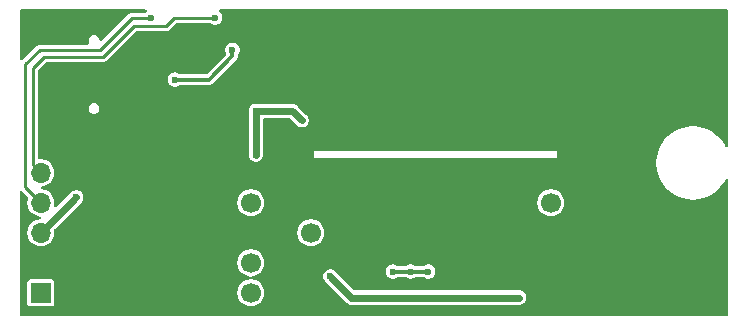
<source format=gbr>
%TF.GenerationSoftware,KiCad,Pcbnew,9.0.0*%
%TF.CreationDate,2025-12-16T10:10:06+01:00*%
%TF.ProjectId,DetectorReader,44657465-6374-46f7-9252-65616465722e,rev?*%
%TF.SameCoordinates,Original*%
%TF.FileFunction,Copper,L2,Bot*%
%TF.FilePolarity,Positive*%
%FSLAX46Y46*%
G04 Gerber Fmt 4.6, Leading zero omitted, Abs format (unit mm)*
G04 Created by KiCad (PCBNEW 9.0.0) date 2025-12-16 10:10:06*
%MOMM*%
%LPD*%
G01*
G04 APERTURE LIST*
G04 Aperture macros list*
%AMRoundRect*
0 Rectangle with rounded corners*
0 $1 Rounding radius*
0 $2 $3 $4 $5 $6 $7 $8 $9 X,Y pos of 4 corners*
0 Add a 4 corners polygon primitive as box body*
4,1,4,$2,$3,$4,$5,$6,$7,$8,$9,$2,$3,0*
0 Add four circle primitives for the rounded corners*
1,1,$1+$1,$2,$3*
1,1,$1+$1,$4,$5*
1,1,$1+$1,$6,$7*
1,1,$1+$1,$8,$9*
0 Add four rect primitives between the rounded corners*
20,1,$1+$1,$2,$3,$4,$5,0*
20,1,$1+$1,$4,$5,$6,$7,0*
20,1,$1+$1,$6,$7,$8,$9,0*
20,1,$1+$1,$8,$9,$2,$3,0*%
G04 Aperture macros list end*
%TA.AperFunction,ComponentPad*%
%ADD10C,1.700000*%
%TD*%
%TA.AperFunction,ComponentPad*%
%ADD11R,1.700000X1.700000*%
%TD*%
%TA.AperFunction,ComponentPad*%
%ADD12O,1.700000X1.700000*%
%TD*%
%TA.AperFunction,HeatsinkPad*%
%ADD13O,2.100000X1.000000*%
%TD*%
%TA.AperFunction,HeatsinkPad*%
%ADD14O,1.800000X1.000000*%
%TD*%
%TA.AperFunction,SMDPad,CuDef*%
%ADD15RoundRect,0.250000X1.600000X-0.425000X1.600000X0.425000X-1.600000X0.425000X-1.600000X-0.425000X0*%
%TD*%
%TA.AperFunction,ViaPad*%
%ADD16C,0.600000*%
%TD*%
%TA.AperFunction,Conductor*%
%ADD17C,0.600000*%
%TD*%
%TA.AperFunction,Conductor*%
%ADD18C,0.300000*%
%TD*%
%TA.AperFunction,Conductor*%
%ADD19C,0.250000*%
%TD*%
G04 APERTURE END LIST*
D10*
%TO.P,TP2,1,1*%
%TO.N,/~{ReaderCmd}*%
X129580000Y-96000000D03*
%TD*%
D11*
%TO.P,J1,1,Pin_1*%
%TO.N,/UPDI*%
X111800000Y-96000000D03*
D12*
%TO.P,J1,2,Pin_2*%
%TO.N,GND*%
X111800000Y-93460000D03*
%TO.P,J1,3,Pin_3*%
%TO.N,/VBUS*%
X111800000Y-90920000D03*
%TO.P,J1,4,Pin_4*%
%TO.N,/uartTx*%
X111800000Y-88380000D03*
%TO.P,J1,5,Pin_5*%
%TO.N,/uartRx*%
X111800000Y-85840000D03*
%TD*%
D10*
%TO.P,TP5,1,1*%
%TO.N,/RF_Rx/Amp2*%
X134660000Y-90920000D03*
%TD*%
D13*
%TO.P,J3,S1,SHIELD*%
%TO.N,GND*%
X116805000Y-73180000D03*
D14*
X112625000Y-73180000D03*
D13*
X116805000Y-81820000D03*
D14*
X112625000Y-81820000D03*
%TD*%
D10*
%TO.P,TP1,1,1*%
%TO.N,/SPI.MOSI*%
X129580000Y-88380000D03*
%TD*%
D15*
%TO.P,J4,2,Ext*%
%TO.N,GND*%
X167687500Y-90000000D03*
X167687500Y-95650000D03*
%TD*%
D10*
%TO.P,TP4,1,1*%
%TO.N,/RF_Rx/Signal*%
X154980000Y-88380000D03*
%TD*%
D15*
%TO.P,J2,2,Ext*%
%TO.N,GND*%
X167687500Y-74175000D03*
X167687500Y-79825000D03*
%TD*%
D10*
%TO.P,TP3,1,1*%
%TO.N,/TagPulses*%
X129580000Y-93460000D03*
%TD*%
D16*
%TO.N,GND*%
X141200000Y-78800000D03*
X120700000Y-83600000D03*
X150200000Y-78900000D03*
X136300000Y-97200000D03*
X142700000Y-76700000D03*
X146300000Y-76700000D03*
X157400000Y-78300000D03*
X121200000Y-79600000D03*
X165700000Y-88800000D03*
X154600000Y-96900000D03*
X160200000Y-79200000D03*
X167900000Y-75700000D03*
X167900000Y-91500000D03*
X122800000Y-89900000D03*
X160700000Y-83400000D03*
X125062500Y-76900000D03*
X122800000Y-95400000D03*
X155200000Y-80800000D03*
X157700000Y-91800000D03*
X167900000Y-78300000D03*
X138700000Y-79500000D03*
X144300000Y-78900000D03*
X163900000Y-75900000D03*
X121900000Y-74300000D03*
X135500000Y-85600000D03*
X162000000Y-86100000D03*
X160400000Y-87700000D03*
X165700000Y-73000000D03*
X149200000Y-85100000D03*
X135200000Y-83100000D03*
X164000000Y-89000000D03*
X152000000Y-76700000D03*
X165700000Y-96800000D03*
X154800000Y-83400000D03*
X161700000Y-90600000D03*
X148500000Y-95200000D03*
X127200000Y-80200000D03*
X130200000Y-74900000D03*
X144300000Y-76700000D03*
X158800000Y-80800000D03*
X158800000Y-79500000D03*
X169300000Y-88800000D03*
X153600000Y-87000000D03*
X138700000Y-78100000D03*
X158100000Y-84900000D03*
X160000000Y-90400000D03*
X162200000Y-94300000D03*
X164000000Y-90600000D03*
X125300000Y-83600000D03*
X123300000Y-79600000D03*
X169300000Y-81000000D03*
X169300000Y-96800000D03*
X114600000Y-77400000D03*
X157800000Y-83400000D03*
X157400000Y-81900000D03*
X156100000Y-96900000D03*
X150600000Y-80300000D03*
X153700000Y-79500000D03*
X151300000Y-83400000D03*
X167900000Y-94100000D03*
X163900000Y-78100000D03*
X160800000Y-84900000D03*
X157300000Y-94600000D03*
X164000000Y-94300000D03*
X150200000Y-76700000D03*
X128100000Y-86000000D03*
X125062500Y-75100000D03*
X160800000Y-78100000D03*
X165700000Y-75900000D03*
X149200000Y-87000000D03*
X152000000Y-78900000D03*
X150400000Y-93500000D03*
X155200000Y-79500000D03*
X164000000Y-92000000D03*
X127500000Y-97100000D03*
X162100000Y-78100000D03*
X141000000Y-75200000D03*
X157400000Y-79500000D03*
X157900000Y-76700000D03*
X146300000Y-78900000D03*
X139600000Y-83100000D03*
X162100000Y-75900000D03*
X115100000Y-91900000D03*
X161700000Y-89000000D03*
X136500000Y-75200000D03*
X165700000Y-78100000D03*
X163200000Y-87300000D03*
X165700000Y-94000000D03*
X123700000Y-83600000D03*
X156300000Y-82900000D03*
X155200000Y-81900000D03*
X141600000Y-95200000D03*
X119100000Y-83600000D03*
X155200000Y-90100000D03*
X165700000Y-91700000D03*
X153700000Y-80800000D03*
X159000000Y-86300000D03*
X160200000Y-81100000D03*
X156300000Y-77400000D03*
X115800000Y-97100000D03*
X157400000Y-80800000D03*
X150600000Y-82000000D03*
X127200000Y-78500000D03*
X169300000Y-73000000D03*
X160200000Y-75900000D03*
X148300000Y-76700000D03*
X165700000Y-81000000D03*
X124000000Y-86000000D03*
X135400000Y-87600000D03*
X134200000Y-75100000D03*
X138800000Y-75200000D03*
X154700000Y-76700000D03*
X149200000Y-90100000D03*
X148300000Y-78900000D03*
X159700000Y-94600000D03*
X126900000Y-74200000D03*
X155200000Y-78300000D03*
%TO.N,+3V0*%
X130000000Y-80600000D03*
X130000000Y-84300000D03*
X133900000Y-81400000D03*
%TO.N,Net-(U4-3V3OUT)*%
X123137500Y-77937500D03*
X128025000Y-75425000D03*
%TO.N,/RF_Rx/3VRx*%
X144900000Y-96400000D03*
X152300000Y-96400000D03*
X136300000Y-94600000D03*
%TO.N,/uartTx*%
X121100000Y-72700000D03*
%TO.N,/uartRx*%
X126562500Y-72700000D03*
%TO.N,/VBUS*%
X114800000Y-87900000D03*
%TO.N,/RF_Rx/CM*%
X141600000Y-94200000D03*
X143100000Y-94200000D03*
X144600000Y-94200000D03*
%TD*%
D17*
%TO.N,+3V0*%
X130000000Y-80600000D02*
X130000000Y-84300000D01*
X130000000Y-80600000D02*
X133100000Y-80600000D01*
X133100000Y-80600000D02*
X133900000Y-81400000D01*
D18*
%TO.N,Net-(U4-3V3OUT)*%
X128025000Y-75925000D02*
X126012500Y-77937500D01*
X126012500Y-77937500D02*
X123137500Y-77937500D01*
X128025000Y-75425000D02*
X128025000Y-75925000D01*
D17*
%TO.N,/RF_Rx/3VRx*%
X138100000Y-96400000D02*
X144900000Y-96400000D01*
X136300000Y-94600000D02*
X138100000Y-96400000D01*
X144900000Y-96400000D02*
X152300000Y-96400000D01*
D19*
%TO.N,/uartTx*%
X119500000Y-72700000D02*
X116800000Y-75400000D01*
X116800000Y-75400000D02*
X111700000Y-75400000D01*
X110500000Y-76600000D02*
X110500000Y-87080000D01*
X121100000Y-72700000D02*
X119500000Y-72700000D01*
X110500000Y-87080000D02*
X111800000Y-88380000D01*
X111700000Y-75400000D02*
X110500000Y-76600000D01*
%TO.N,/uartRx*%
X111100000Y-77000000D02*
X111100000Y-85140000D01*
X122362500Y-73400000D02*
X119700000Y-73400000D01*
X123062500Y-72700000D02*
X122362500Y-73400000D01*
X117100000Y-76000000D02*
X112100000Y-76000000D01*
X126562500Y-72700000D02*
X123062500Y-72700000D01*
X111100000Y-85140000D02*
X111800000Y-85840000D01*
X119700000Y-73400000D02*
X117100000Y-76000000D01*
X112100000Y-76000000D02*
X111100000Y-77000000D01*
D17*
%TO.N,/VBUS*%
X111800000Y-90900000D02*
X114800000Y-87900000D01*
X111800000Y-90920000D02*
X111800000Y-90900000D01*
D18*
%TO.N,/RF_Rx/CM*%
X143100000Y-94200000D02*
X144600000Y-94200000D01*
X141600000Y-94200000D02*
X143100000Y-94200000D01*
%TD*%
%TA.AperFunction,Conductor*%
%TO.N,GND*%
G36*
X169941621Y-72020502D02*
G01*
X169988114Y-72074158D01*
X169999500Y-72126500D01*
X169999500Y-83530560D01*
X169979498Y-83598681D01*
X169925842Y-83645174D01*
X169855568Y-83655278D01*
X169790988Y-83625784D01*
X169759978Y-83585230D01*
X169733650Y-83530560D01*
X169717906Y-83497867D01*
X169532630Y-83203003D01*
X169532624Y-83202995D01*
X169315510Y-82930740D01*
X169069259Y-82684489D01*
X168797004Y-82467375D01*
X168797000Y-82467372D01*
X168502137Y-82282096D01*
X168502128Y-82282091D01*
X168188388Y-82131002D01*
X168188383Y-82131000D01*
X168188379Y-82130998D01*
X168188373Y-82130995D01*
X168188361Y-82130991D01*
X167859687Y-82015983D01*
X167520174Y-81938491D01*
X167174122Y-81899500D01*
X167174120Y-81899500D01*
X166825880Y-81899500D01*
X166825878Y-81899500D01*
X166479825Y-81938491D01*
X166140312Y-82015983D01*
X165811638Y-82130991D01*
X165811611Y-82131002D01*
X165497871Y-82282091D01*
X165497862Y-82282096D01*
X165202999Y-82467372D01*
X165202995Y-82467375D01*
X164930740Y-82684489D01*
X164684489Y-82930740D01*
X164467375Y-83202995D01*
X164467372Y-83202999D01*
X164282096Y-83497862D01*
X164282091Y-83497871D01*
X164131002Y-83811611D01*
X164130991Y-83811638D01*
X164015983Y-84140312D01*
X163938491Y-84479825D01*
X163899500Y-84825878D01*
X163899500Y-85174121D01*
X163938491Y-85520174D01*
X163949998Y-85570587D01*
X164015982Y-85859681D01*
X164015984Y-85859687D01*
X164015983Y-85859687D01*
X164130991Y-86188361D01*
X164131002Y-86188388D01*
X164282091Y-86502128D01*
X164282096Y-86502137D01*
X164467372Y-86797000D01*
X164467375Y-86797004D01*
X164684489Y-87069259D01*
X164930740Y-87315510D01*
X165202995Y-87532624D01*
X165203003Y-87532630D01*
X165497867Y-87717906D01*
X165811621Y-87869002D01*
X165811637Y-87869007D01*
X165811638Y-87869008D01*
X166140312Y-87984016D01*
X166140315Y-87984016D01*
X166140319Y-87984018D01*
X166479829Y-88061509D01*
X166725210Y-88089157D01*
X166825878Y-88100500D01*
X166825880Y-88100500D01*
X167174122Y-88100500D01*
X167262006Y-88090597D01*
X167520171Y-88061509D01*
X167859681Y-87984018D01*
X168188379Y-87869002D01*
X168502133Y-87717906D01*
X168796997Y-87532630D01*
X168940342Y-87418317D01*
X169069259Y-87315510D01*
X169315510Y-87069259D01*
X169511201Y-86823868D01*
X169532630Y-86796997D01*
X169717906Y-86502133D01*
X169746789Y-86442156D01*
X169759978Y-86414770D01*
X169807556Y-86362074D01*
X169876070Y-86343465D01*
X169943769Y-86364853D01*
X169989157Y-86419445D01*
X169999500Y-86469439D01*
X169999500Y-97873500D01*
X169979498Y-97941621D01*
X169925842Y-97988114D01*
X169873500Y-97999500D01*
X110126500Y-97999500D01*
X110058379Y-97979498D01*
X110011886Y-97925842D01*
X110000500Y-97873500D01*
X110000500Y-95105129D01*
X110649500Y-95105129D01*
X110649500Y-96894859D01*
X110649501Y-96894866D01*
X110652414Y-96919990D01*
X110652416Y-96919994D01*
X110697793Y-97022765D01*
X110777232Y-97102204D01*
X110777234Y-97102205D01*
X110777235Y-97102206D01*
X110880009Y-97147585D01*
X110905135Y-97150500D01*
X112694864Y-97150499D01*
X112719991Y-97147585D01*
X112822765Y-97102206D01*
X112902206Y-97022765D01*
X112947585Y-96919991D01*
X112950500Y-96894865D01*
X112950499Y-95105136D01*
X112947585Y-95080009D01*
X112902206Y-94977235D01*
X112902206Y-94977234D01*
X112822767Y-94897795D01*
X112822765Y-94897794D01*
X112719989Y-94852414D01*
X112719990Y-94852414D01*
X112694868Y-94849500D01*
X110905140Y-94849500D01*
X110905133Y-94849501D01*
X110880009Y-94852414D01*
X110880005Y-94852416D01*
X110777234Y-94897793D01*
X110697795Y-94977232D01*
X110697794Y-94977234D01*
X110652414Y-95080009D01*
X110649500Y-95105129D01*
X110000500Y-95105129D01*
X110000500Y-93369454D01*
X128429500Y-93369454D01*
X128429500Y-93550546D01*
X128457829Y-93729409D01*
X128457830Y-93729412D01*
X128490930Y-93831287D01*
X128513789Y-93901639D01*
X128596004Y-94062994D01*
X128702447Y-94209501D01*
X128702449Y-94209503D01*
X128702451Y-94209506D01*
X128830493Y-94337548D01*
X128830496Y-94337550D01*
X128830499Y-94337553D01*
X128977006Y-94443996D01*
X129138361Y-94526211D01*
X129310591Y-94582171D01*
X129458211Y-94605551D01*
X129522363Y-94635964D01*
X129559890Y-94696232D01*
X129558876Y-94767221D01*
X129519643Y-94826393D01*
X129458211Y-94854448D01*
X129310591Y-94877829D01*
X129310588Y-94877829D01*
X129310587Y-94877830D01*
X129138365Y-94933787D01*
X129138359Y-94933790D01*
X128977002Y-95016006D01*
X128830496Y-95122449D01*
X128830493Y-95122451D01*
X128702451Y-95250493D01*
X128702449Y-95250496D01*
X128596006Y-95397002D01*
X128513790Y-95558359D01*
X128513787Y-95558365D01*
X128457830Y-95730587D01*
X128457829Y-95730591D01*
X128429500Y-95909454D01*
X128429500Y-96090546D01*
X128457829Y-96269409D01*
X128513789Y-96441639D01*
X128596004Y-96602994D01*
X128702447Y-96749501D01*
X128702449Y-96749503D01*
X128702451Y-96749506D01*
X128830493Y-96877548D01*
X128830496Y-96877550D01*
X128830499Y-96877553D01*
X128977006Y-96983996D01*
X129138361Y-97066211D01*
X129310591Y-97122171D01*
X129489454Y-97150500D01*
X129489457Y-97150500D01*
X129670543Y-97150500D01*
X129670546Y-97150500D01*
X129849409Y-97122171D01*
X130021639Y-97066211D01*
X130182994Y-96983996D01*
X130329501Y-96877553D01*
X130457553Y-96749501D01*
X130563996Y-96602994D01*
X130646211Y-96441639D01*
X130702171Y-96269409D01*
X130730500Y-96090546D01*
X130730500Y-95909454D01*
X130702171Y-95730591D01*
X130646211Y-95558361D01*
X130563996Y-95397006D01*
X130457553Y-95250499D01*
X130457550Y-95250496D01*
X130457548Y-95250493D01*
X130329506Y-95122451D01*
X130329503Y-95122449D01*
X130329501Y-95122447D01*
X130182994Y-95016004D01*
X130021639Y-94933789D01*
X130021636Y-94933788D01*
X130021634Y-94933787D01*
X129849412Y-94877830D01*
X129849409Y-94877829D01*
X129701787Y-94854448D01*
X129637636Y-94824037D01*
X129600109Y-94763768D01*
X129601123Y-94692779D01*
X129640356Y-94633607D01*
X129701786Y-94605551D01*
X129849409Y-94582171D01*
X130021639Y-94526211D01*
X130031978Y-94520943D01*
X135699499Y-94520943D01*
X135699499Y-94679057D01*
X135721074Y-94759575D01*
X135740423Y-94831785D01*
X135740425Y-94831790D01*
X135752332Y-94852412D01*
X135752334Y-94852415D01*
X135819477Y-94968712D01*
X135819485Y-94968722D01*
X135938459Y-95087696D01*
X135938473Y-95087708D01*
X137615069Y-96764304D01*
X137615090Y-96764327D01*
X137731277Y-96880514D01*
X137731282Y-96880518D01*
X137731284Y-96880520D01*
X137731285Y-96880521D01*
X137731287Y-96880522D01*
X137756130Y-96894865D01*
X137868216Y-96959577D01*
X137980019Y-96989534D01*
X138020942Y-97000500D01*
X138020943Y-97000500D01*
X152379055Y-97000500D01*
X152379057Y-97000500D01*
X152531784Y-96959577D01*
X152531787Y-96959575D01*
X152531788Y-96959575D01*
X152643861Y-96894870D01*
X152668716Y-96880520D01*
X152780520Y-96768716D01*
X152859577Y-96631784D01*
X152900500Y-96479057D01*
X152900500Y-96320943D01*
X152859577Y-96168216D01*
X152859575Y-96168213D01*
X152859575Y-96168211D01*
X152780522Y-96031287D01*
X152780514Y-96031277D01*
X152668722Y-95919485D01*
X152668712Y-95919477D01*
X152531788Y-95840424D01*
X152513743Y-95835589D01*
X152379057Y-95799500D01*
X152379055Y-95799500D01*
X138400925Y-95799500D01*
X138332804Y-95779498D01*
X138311830Y-95762595D01*
X136787708Y-94238473D01*
X136780521Y-94231286D01*
X136780520Y-94231284D01*
X136751014Y-94201778D01*
X136751012Y-94201775D01*
X136670180Y-94120943D01*
X140999500Y-94120943D01*
X140999500Y-94279057D01*
X141015173Y-94337548D01*
X141040424Y-94431788D01*
X141119477Y-94568712D01*
X141119485Y-94568722D01*
X141231277Y-94680514D01*
X141231282Y-94680518D01*
X141231284Y-94680520D01*
X141231285Y-94680521D01*
X141231287Y-94680522D01*
X141368211Y-94759575D01*
X141368213Y-94759575D01*
X141368216Y-94759577D01*
X141520943Y-94800500D01*
X141520945Y-94800500D01*
X141679055Y-94800500D01*
X141679057Y-94800500D01*
X141831784Y-94759577D01*
X141831787Y-94759575D01*
X141831788Y-94759575D01*
X141889658Y-94726163D01*
X141968716Y-94680520D01*
X141968717Y-94680519D01*
X141973906Y-94676538D01*
X142040126Y-94650937D01*
X142050610Y-94650500D01*
X142649390Y-94650500D01*
X142717511Y-94670502D01*
X142726094Y-94676538D01*
X142731282Y-94680519D01*
X142868211Y-94759575D01*
X142868213Y-94759575D01*
X142868216Y-94759577D01*
X143020943Y-94800500D01*
X143020945Y-94800500D01*
X143179055Y-94800500D01*
X143179057Y-94800500D01*
X143331784Y-94759577D01*
X143331787Y-94759575D01*
X143331788Y-94759575D01*
X143389658Y-94726163D01*
X143468716Y-94680520D01*
X143468717Y-94680519D01*
X143473906Y-94676538D01*
X143540126Y-94650937D01*
X143550610Y-94650500D01*
X144149390Y-94650500D01*
X144217511Y-94670502D01*
X144226094Y-94676538D01*
X144231282Y-94680519D01*
X144368211Y-94759575D01*
X144368213Y-94759575D01*
X144368216Y-94759577D01*
X144520943Y-94800500D01*
X144520945Y-94800500D01*
X144679055Y-94800500D01*
X144679057Y-94800500D01*
X144831784Y-94759577D01*
X144831787Y-94759575D01*
X144831788Y-94759575D01*
X144900250Y-94720048D01*
X144968716Y-94680520D01*
X145080520Y-94568716D01*
X145120048Y-94500250D01*
X145159575Y-94431788D01*
X145159575Y-94431787D01*
X145159577Y-94431784D01*
X145200500Y-94279057D01*
X145200500Y-94120943D01*
X145159577Y-93968216D01*
X145159575Y-93968213D01*
X145159575Y-93968211D01*
X145080522Y-93831287D01*
X145080514Y-93831277D01*
X144968722Y-93719485D01*
X144968712Y-93719477D01*
X144831788Y-93640424D01*
X144813743Y-93635589D01*
X144679057Y-93599500D01*
X144520943Y-93599500D01*
X144427470Y-93624545D01*
X144368211Y-93640424D01*
X144231282Y-93719480D01*
X144226094Y-93723462D01*
X144159874Y-93749063D01*
X144149390Y-93749500D01*
X143550610Y-93749500D01*
X143482489Y-93729498D01*
X143473906Y-93723462D01*
X143468717Y-93719480D01*
X143331788Y-93640424D01*
X143313743Y-93635589D01*
X143179057Y-93599500D01*
X143020943Y-93599500D01*
X142927470Y-93624545D01*
X142868211Y-93640424D01*
X142731282Y-93719480D01*
X142726094Y-93723462D01*
X142659874Y-93749063D01*
X142649390Y-93749500D01*
X142050610Y-93749500D01*
X141982489Y-93729498D01*
X141973906Y-93723462D01*
X141968717Y-93719480D01*
X141831788Y-93640424D01*
X141813743Y-93635589D01*
X141679057Y-93599500D01*
X141520943Y-93599500D01*
X141427470Y-93624545D01*
X141368211Y-93640424D01*
X141231287Y-93719477D01*
X141231277Y-93719485D01*
X141119485Y-93831277D01*
X141119477Y-93831287D01*
X141040424Y-93968211D01*
X141040423Y-93968216D01*
X140999500Y-94120943D01*
X136670180Y-94120943D01*
X136668723Y-94119486D01*
X136668719Y-94119483D01*
X136668716Y-94119480D01*
X136613679Y-94087705D01*
X136581903Y-94069359D01*
X136581903Y-94069358D01*
X136581901Y-94069358D01*
X136567010Y-94060761D01*
X136531788Y-94040424D01*
X136531785Y-94040423D01*
X136379057Y-93999499D01*
X136220943Y-93999499D01*
X136129306Y-94024053D01*
X136068213Y-94040423D01*
X136018095Y-94069360D01*
X135931287Y-94119477D01*
X135931277Y-94119485D01*
X135819485Y-94231277D01*
X135819477Y-94231287D01*
X135769360Y-94318095D01*
X135740423Y-94368213D01*
X135729026Y-94410748D01*
X135699499Y-94520943D01*
X130031978Y-94520943D01*
X130182994Y-94443996D01*
X130329501Y-94337553D01*
X130457553Y-94209501D01*
X130563996Y-94062994D01*
X130646211Y-93901639D01*
X130702171Y-93729409D01*
X130730500Y-93550546D01*
X130730500Y-93369454D01*
X130702171Y-93190591D01*
X130646211Y-93018361D01*
X130563996Y-92857006D01*
X130457553Y-92710499D01*
X130457550Y-92710496D01*
X130457548Y-92710493D01*
X130329506Y-92582451D01*
X130329503Y-92582449D01*
X130329501Y-92582447D01*
X130182994Y-92476004D01*
X130021639Y-92393789D01*
X130021636Y-92393788D01*
X130021634Y-92393787D01*
X129849412Y-92337830D01*
X129849409Y-92337829D01*
X129670546Y-92309500D01*
X129489454Y-92309500D01*
X129310591Y-92337829D01*
X129310588Y-92337829D01*
X129310587Y-92337830D01*
X129138365Y-92393787D01*
X129138359Y-92393790D01*
X128977002Y-92476006D01*
X128830496Y-92582449D01*
X128830493Y-92582451D01*
X128702451Y-92710493D01*
X128702449Y-92710496D01*
X128596006Y-92857002D01*
X128513790Y-93018359D01*
X128513787Y-93018365D01*
X128457830Y-93190587D01*
X128457829Y-93190591D01*
X128429500Y-93369454D01*
X110000500Y-93369454D01*
X110000500Y-87486438D01*
X110020502Y-87418317D01*
X110074158Y-87371824D01*
X110144432Y-87361720D01*
X110209012Y-87391214D01*
X110215595Y-87397343D01*
X110684788Y-87866536D01*
X110718814Y-87928848D01*
X110715526Y-87994566D01*
X110677829Y-88110591D01*
X110649500Y-88289454D01*
X110649500Y-88470546D01*
X110677829Y-88649409D01*
X110677830Y-88649412D01*
X110705926Y-88735886D01*
X110733789Y-88821639D01*
X110816004Y-88982994D01*
X110922447Y-89129501D01*
X110922449Y-89129503D01*
X110922451Y-89129506D01*
X111050493Y-89257548D01*
X111050496Y-89257550D01*
X111050499Y-89257553D01*
X111197006Y-89363996D01*
X111358361Y-89446211D01*
X111530591Y-89502171D01*
X111678211Y-89525551D01*
X111742363Y-89555964D01*
X111779890Y-89616232D01*
X111778876Y-89687221D01*
X111739643Y-89746393D01*
X111678211Y-89774448D01*
X111530591Y-89797829D01*
X111530588Y-89797829D01*
X111530587Y-89797830D01*
X111358365Y-89853787D01*
X111358359Y-89853790D01*
X111197002Y-89936006D01*
X111050496Y-90042449D01*
X111050493Y-90042451D01*
X110922451Y-90170493D01*
X110922449Y-90170496D01*
X110816006Y-90317002D01*
X110733790Y-90478359D01*
X110733787Y-90478365D01*
X110677830Y-90650587D01*
X110677829Y-90650591D01*
X110649500Y-90829454D01*
X110649500Y-91010546D01*
X110677829Y-91189409D01*
X110733789Y-91361639D01*
X110816004Y-91522994D01*
X110922447Y-91669501D01*
X110922449Y-91669503D01*
X110922451Y-91669506D01*
X111050493Y-91797548D01*
X111050496Y-91797550D01*
X111050499Y-91797553D01*
X111197006Y-91903996D01*
X111358361Y-91986211D01*
X111530591Y-92042171D01*
X111709454Y-92070500D01*
X111709457Y-92070500D01*
X111890543Y-92070500D01*
X111890546Y-92070500D01*
X112069409Y-92042171D01*
X112241639Y-91986211D01*
X112402994Y-91903996D01*
X112549501Y-91797553D01*
X112677553Y-91669501D01*
X112783996Y-91522994D01*
X112866211Y-91361639D01*
X112922171Y-91189409D01*
X112950500Y-91010546D01*
X112950500Y-90829454D01*
X133509500Y-90829454D01*
X133509500Y-91010546D01*
X133537829Y-91189409D01*
X133593789Y-91361639D01*
X133676004Y-91522994D01*
X133782447Y-91669501D01*
X133782449Y-91669503D01*
X133782451Y-91669506D01*
X133910493Y-91797548D01*
X133910496Y-91797550D01*
X133910499Y-91797553D01*
X134057006Y-91903996D01*
X134218361Y-91986211D01*
X134390591Y-92042171D01*
X134569454Y-92070500D01*
X134569457Y-92070500D01*
X134750543Y-92070500D01*
X134750546Y-92070500D01*
X134929409Y-92042171D01*
X135101639Y-91986211D01*
X135262994Y-91903996D01*
X135409501Y-91797553D01*
X135537553Y-91669501D01*
X135643996Y-91522994D01*
X135726211Y-91361639D01*
X135782171Y-91189409D01*
X135810500Y-91010546D01*
X135810500Y-90829454D01*
X135782171Y-90650591D01*
X135726211Y-90478361D01*
X135643996Y-90317006D01*
X135537553Y-90170499D01*
X135537550Y-90170496D01*
X135537548Y-90170493D01*
X135409506Y-90042451D01*
X135409503Y-90042449D01*
X135409501Y-90042447D01*
X135262994Y-89936004D01*
X135101639Y-89853789D01*
X135101636Y-89853788D01*
X135101634Y-89853787D01*
X134929412Y-89797830D01*
X134929409Y-89797829D01*
X134750546Y-89769500D01*
X134569454Y-89769500D01*
X134390591Y-89797829D01*
X134390588Y-89797829D01*
X134390587Y-89797830D01*
X134218365Y-89853787D01*
X134218359Y-89853790D01*
X134057002Y-89936006D01*
X133910496Y-90042449D01*
X133910493Y-90042451D01*
X133782451Y-90170493D01*
X133782449Y-90170496D01*
X133676006Y-90317002D01*
X133593790Y-90478359D01*
X133593787Y-90478365D01*
X133537830Y-90650587D01*
X133537829Y-90650591D01*
X133509500Y-90829454D01*
X112950500Y-90829454D01*
X112928913Y-90693159D01*
X112928897Y-90693054D01*
X112933575Y-90658252D01*
X112938095Y-90623278D01*
X112938321Y-90622946D01*
X112938356Y-90622690D01*
X112939075Y-90621844D01*
X112964345Y-90584888D01*
X115259782Y-88289454D01*
X128429500Y-88289454D01*
X128429500Y-88470546D01*
X128457829Y-88649409D01*
X128457830Y-88649412D01*
X128485926Y-88735886D01*
X128513789Y-88821639D01*
X128596004Y-88982994D01*
X128702447Y-89129501D01*
X128702449Y-89129503D01*
X128702451Y-89129506D01*
X128830493Y-89257548D01*
X128830496Y-89257550D01*
X128830499Y-89257553D01*
X128977006Y-89363996D01*
X129138361Y-89446211D01*
X129310591Y-89502171D01*
X129489454Y-89530500D01*
X129489457Y-89530500D01*
X129670543Y-89530500D01*
X129670546Y-89530500D01*
X129849409Y-89502171D01*
X130021639Y-89446211D01*
X130182994Y-89363996D01*
X130329501Y-89257553D01*
X130457553Y-89129501D01*
X130563996Y-88982994D01*
X130646211Y-88821639D01*
X130702171Y-88649409D01*
X130730500Y-88470546D01*
X130730500Y-88289454D01*
X153829500Y-88289454D01*
X153829500Y-88470546D01*
X153857829Y-88649409D01*
X153857830Y-88649412D01*
X153885926Y-88735886D01*
X153913789Y-88821639D01*
X153996004Y-88982994D01*
X154102447Y-89129501D01*
X154102449Y-89129503D01*
X154102451Y-89129506D01*
X154230493Y-89257548D01*
X154230496Y-89257550D01*
X154230499Y-89257553D01*
X154377006Y-89363996D01*
X154538361Y-89446211D01*
X154710591Y-89502171D01*
X154889454Y-89530500D01*
X154889457Y-89530500D01*
X155070543Y-89530500D01*
X155070546Y-89530500D01*
X155249409Y-89502171D01*
X155421639Y-89446211D01*
X155582994Y-89363996D01*
X155729501Y-89257553D01*
X155857553Y-89129501D01*
X155963996Y-88982994D01*
X156046211Y-88821639D01*
X156102171Y-88649409D01*
X156130500Y-88470546D01*
X156130500Y-88289454D01*
X156102171Y-88110591D01*
X156046211Y-87938361D01*
X155963996Y-87777006D01*
X155857553Y-87630499D01*
X155857550Y-87630496D01*
X155857548Y-87630493D01*
X155729506Y-87502451D01*
X155729503Y-87502449D01*
X155729501Y-87502447D01*
X155582994Y-87396004D01*
X155421639Y-87313789D01*
X155421636Y-87313788D01*
X155421634Y-87313787D01*
X155249412Y-87257830D01*
X155249409Y-87257829D01*
X155070546Y-87229500D01*
X154889454Y-87229500D01*
X154710591Y-87257829D01*
X154710588Y-87257829D01*
X154710587Y-87257830D01*
X154538365Y-87313787D01*
X154538359Y-87313790D01*
X154377002Y-87396006D01*
X154230496Y-87502449D01*
X154230493Y-87502451D01*
X154102451Y-87630493D01*
X154102449Y-87630496D01*
X153996006Y-87777002D01*
X153913790Y-87938359D01*
X153913787Y-87938365D01*
X153857830Y-88110587D01*
X153857829Y-88110591D01*
X153829500Y-88289454D01*
X130730500Y-88289454D01*
X130702171Y-88110591D01*
X130646211Y-87938361D01*
X130563996Y-87777006D01*
X130457553Y-87630499D01*
X130457550Y-87630496D01*
X130457548Y-87630493D01*
X130329506Y-87502451D01*
X130329503Y-87502449D01*
X130329501Y-87502447D01*
X130182994Y-87396004D01*
X130021639Y-87313789D01*
X130021636Y-87313788D01*
X130021634Y-87313787D01*
X129849412Y-87257830D01*
X129849409Y-87257829D01*
X129670546Y-87229500D01*
X129489454Y-87229500D01*
X129310591Y-87257829D01*
X129310588Y-87257829D01*
X129310587Y-87257830D01*
X129138365Y-87313787D01*
X129138359Y-87313790D01*
X128977002Y-87396006D01*
X128830496Y-87502449D01*
X128830493Y-87502451D01*
X128702451Y-87630493D01*
X128702449Y-87630496D01*
X128596006Y-87777002D01*
X128513790Y-87938359D01*
X128513787Y-87938365D01*
X128457830Y-88110587D01*
X128457829Y-88110591D01*
X128429500Y-88289454D01*
X115259782Y-88289454D01*
X115280520Y-88268716D01*
X115359577Y-88131784D01*
X115400501Y-87979057D01*
X115400501Y-87820942D01*
X115388727Y-87777002D01*
X115359578Y-87668217D01*
X115280522Y-87531287D01*
X115280514Y-87531277D01*
X115168722Y-87419485D01*
X115168712Y-87419477D01*
X115031782Y-87340421D01*
X114879061Y-87299499D01*
X114879058Y-87299499D01*
X114720943Y-87299499D01*
X114720939Y-87299499D01*
X114568216Y-87340422D01*
X114568213Y-87340423D01*
X114431287Y-87419477D01*
X114431277Y-87419485D01*
X113143837Y-88706925D01*
X113081525Y-88740951D01*
X113010709Y-88735886D01*
X112953874Y-88693339D01*
X112929063Y-88626819D01*
X112930292Y-88598132D01*
X112950500Y-88470546D01*
X112950500Y-88289454D01*
X112922171Y-88110591D01*
X112866211Y-87938361D01*
X112783996Y-87777006D01*
X112677553Y-87630499D01*
X112677550Y-87630496D01*
X112677548Y-87630493D01*
X112549506Y-87502451D01*
X112549503Y-87502449D01*
X112549501Y-87502447D01*
X112402994Y-87396004D01*
X112241639Y-87313789D01*
X112241636Y-87313788D01*
X112241634Y-87313787D01*
X112069412Y-87257830D01*
X112069409Y-87257829D01*
X111921787Y-87234448D01*
X111857636Y-87204037D01*
X111820109Y-87143768D01*
X111821123Y-87072779D01*
X111860356Y-87013607D01*
X111921786Y-86985551D01*
X112069409Y-86962171D01*
X112241639Y-86906211D01*
X112402994Y-86823996D01*
X112549501Y-86717553D01*
X112677553Y-86589501D01*
X112783996Y-86442994D01*
X112866211Y-86281639D01*
X112922171Y-86109409D01*
X112950500Y-85930546D01*
X112950500Y-85749454D01*
X112922171Y-85570591D01*
X112866211Y-85398361D01*
X112783996Y-85237006D01*
X112677553Y-85090499D01*
X112677550Y-85090496D01*
X112677548Y-85090493D01*
X112549506Y-84962451D01*
X112549503Y-84962449D01*
X112549501Y-84962447D01*
X112402994Y-84856004D01*
X112241639Y-84773789D01*
X112241636Y-84773788D01*
X112241634Y-84773787D01*
X112069412Y-84717830D01*
X112069409Y-84717829D01*
X111890546Y-84689500D01*
X111709454Y-84689500D01*
X111698370Y-84691255D01*
X111671209Y-84695557D01*
X111600798Y-84686457D01*
X111546485Y-84640734D01*
X111525513Y-84572906D01*
X111525500Y-84571108D01*
X111525500Y-80330427D01*
X115852500Y-80330427D01*
X115852500Y-80449573D01*
X115860673Y-80480074D01*
X115883336Y-80564656D01*
X115883339Y-80564663D01*
X115942907Y-80667838D01*
X115942915Y-80667848D01*
X116027151Y-80752084D01*
X116027156Y-80752088D01*
X116027158Y-80752090D01*
X116130341Y-80811663D01*
X116245427Y-80842500D01*
X116245429Y-80842500D01*
X116364571Y-80842500D01*
X116364573Y-80842500D01*
X116479659Y-80811663D01*
X116582842Y-80752090D01*
X116667090Y-80667842D01*
X116726663Y-80564659D01*
X116738377Y-80520943D01*
X129399500Y-80520943D01*
X129399500Y-84379057D01*
X129426501Y-84479825D01*
X129440424Y-84531788D01*
X129519477Y-84668712D01*
X129519485Y-84668722D01*
X129631277Y-84780514D01*
X129631282Y-84780518D01*
X129631284Y-84780520D01*
X129631285Y-84780521D01*
X129631287Y-84780522D01*
X129768211Y-84859575D01*
X129768213Y-84859575D01*
X129768216Y-84859577D01*
X129920943Y-84900500D01*
X129920945Y-84900500D01*
X130079055Y-84900500D01*
X130079057Y-84900500D01*
X130231784Y-84859577D01*
X130231787Y-84859575D01*
X130231788Y-84859575D01*
X130300250Y-84820048D01*
X130368716Y-84780520D01*
X130480520Y-84668716D01*
X130520048Y-84600250D01*
X130549060Y-84550000D01*
X134950000Y-84550000D01*
X155500000Y-84550000D01*
X155500000Y-84000000D01*
X134950000Y-84000000D01*
X134950000Y-84550000D01*
X130549060Y-84550000D01*
X130559575Y-84531788D01*
X130559575Y-84531787D01*
X130559577Y-84531784D01*
X130600500Y-84379057D01*
X130600500Y-81326500D01*
X130620502Y-81258379D01*
X130674158Y-81211886D01*
X130726500Y-81200500D01*
X132799075Y-81200500D01*
X132867196Y-81220502D01*
X132888170Y-81237405D01*
X133415069Y-81764304D01*
X133415090Y-81764327D01*
X133531279Y-81880516D01*
X133531282Y-81880518D01*
X133531284Y-81880520D01*
X133618088Y-81930635D01*
X133618095Y-81930639D01*
X133618098Y-81930641D01*
X133668211Y-81959575D01*
X133668212Y-81959575D01*
X133668215Y-81959577D01*
X133820943Y-82000501D01*
X133820946Y-82000501D01*
X133979054Y-82000501D01*
X133979057Y-82000501D01*
X134131785Y-81959577D01*
X134168305Y-81938491D01*
X134181881Y-81930653D01*
X134181891Y-81930645D01*
X134181904Y-81930639D01*
X134268716Y-81880520D01*
X134380520Y-81768716D01*
X134399073Y-81736579D01*
X134433695Y-81676614D01*
X134433695Y-81676613D01*
X134459577Y-81631785D01*
X134500501Y-81479057D01*
X134500501Y-81320943D01*
X134459577Y-81168215D01*
X134408946Y-81080520D01*
X134380520Y-81031284D01*
X134268716Y-80919480D01*
X134268713Y-80919478D01*
X133587708Y-80238473D01*
X133587696Y-80238459D01*
X133468723Y-80119486D01*
X133468719Y-80119483D01*
X133468716Y-80119480D01*
X133413679Y-80087705D01*
X133381903Y-80069359D01*
X133381903Y-80069358D01*
X133381901Y-80069358D01*
X133367010Y-80060761D01*
X133331788Y-80040424D01*
X133331785Y-80040423D01*
X133179057Y-79999499D01*
X133020943Y-79999499D01*
X133013225Y-79999499D01*
X133013209Y-79999500D01*
X130079057Y-79999500D01*
X129920943Y-79999500D01*
X129827470Y-80024545D01*
X129768211Y-80040424D01*
X129631287Y-80119477D01*
X129631277Y-80119485D01*
X129519485Y-80231277D01*
X129519477Y-80231287D01*
X129440424Y-80368211D01*
X129440423Y-80368216D01*
X129399500Y-80520943D01*
X116738377Y-80520943D01*
X116757500Y-80449573D01*
X116757500Y-80330427D01*
X116726663Y-80215341D01*
X116671321Y-80119486D01*
X116667092Y-80112161D01*
X116667084Y-80112151D01*
X116582848Y-80027915D01*
X116582838Y-80027907D01*
X116479663Y-79968339D01*
X116479660Y-79968338D01*
X116479659Y-79968337D01*
X116479657Y-79968336D01*
X116479656Y-79968336D01*
X116448818Y-79960073D01*
X116364573Y-79937500D01*
X116245427Y-79937500D01*
X116183755Y-79954024D01*
X116130343Y-79968336D01*
X116130336Y-79968339D01*
X116027161Y-80027907D01*
X116027151Y-80027915D01*
X115942915Y-80112151D01*
X115942907Y-80112161D01*
X115883339Y-80215336D01*
X115883336Y-80215343D01*
X115877139Y-80238473D01*
X115852500Y-80330427D01*
X111525500Y-80330427D01*
X111525500Y-77858443D01*
X122537000Y-77858443D01*
X122537000Y-78016557D01*
X122573089Y-78151243D01*
X122577924Y-78169288D01*
X122656977Y-78306212D01*
X122656985Y-78306222D01*
X122768777Y-78418014D01*
X122768782Y-78418018D01*
X122768784Y-78418020D01*
X122768785Y-78418021D01*
X122768787Y-78418022D01*
X122905711Y-78497075D01*
X122905713Y-78497075D01*
X122905716Y-78497077D01*
X123058443Y-78538000D01*
X123058445Y-78538000D01*
X123216555Y-78538000D01*
X123216557Y-78538000D01*
X123369284Y-78497077D01*
X123369287Y-78497075D01*
X123369288Y-78497075D01*
X123427158Y-78463663D01*
X123506216Y-78418020D01*
X123506217Y-78418019D01*
X123511406Y-78414038D01*
X123577626Y-78388437D01*
X123588110Y-78388000D01*
X126071809Y-78388000D01*
X126162173Y-78363786D01*
X126186387Y-78357299D01*
X126289114Y-78297989D01*
X128385490Y-76201614D01*
X128444799Y-76098887D01*
X128451286Y-76074673D01*
X128475500Y-75984309D01*
X128475500Y-75867885D01*
X128476443Y-75860222D01*
X128487588Y-75834439D01*
X128495502Y-75807489D01*
X128501538Y-75798906D01*
X128505519Y-75793717D01*
X128514781Y-75777676D01*
X128584577Y-75656784D01*
X128625500Y-75504057D01*
X128625500Y-75345943D01*
X128584577Y-75193216D01*
X128584575Y-75193213D01*
X128584575Y-75193211D01*
X128505522Y-75056287D01*
X128505514Y-75056277D01*
X128393722Y-74944485D01*
X128393712Y-74944477D01*
X128256788Y-74865424D01*
X128215989Y-74854492D01*
X128104057Y-74824500D01*
X127945943Y-74824500D01*
X127852470Y-74849545D01*
X127793211Y-74865424D01*
X127656287Y-74944477D01*
X127656277Y-74944485D01*
X127544485Y-75056277D01*
X127544477Y-75056287D01*
X127465424Y-75193211D01*
X127465423Y-75193216D01*
X127424500Y-75345943D01*
X127424500Y-75504057D01*
X127451782Y-75605875D01*
X127465423Y-75656785D01*
X127486878Y-75693946D01*
X127503615Y-75762942D01*
X127480394Y-75830033D01*
X127466854Y-75846040D01*
X125862802Y-77450095D01*
X125800489Y-77484120D01*
X125773706Y-77487000D01*
X123588110Y-77487000D01*
X123519989Y-77466998D01*
X123511406Y-77460962D01*
X123506217Y-77456980D01*
X123369288Y-77377924D01*
X123351243Y-77373089D01*
X123216557Y-77337000D01*
X123058443Y-77337000D01*
X122964970Y-77362045D01*
X122905711Y-77377924D01*
X122768787Y-77456977D01*
X122768777Y-77456985D01*
X122656985Y-77568777D01*
X122656977Y-77568787D01*
X122577924Y-77705711D01*
X122577923Y-77705716D01*
X122537000Y-77858443D01*
X111525500Y-77858443D01*
X111525500Y-77228438D01*
X111545502Y-77160317D01*
X111562405Y-77139343D01*
X112239343Y-76462405D01*
X112301655Y-76428379D01*
X112328438Y-76425500D01*
X117156016Y-76425500D01*
X117156018Y-76425500D01*
X117264237Y-76396503D01*
X117361263Y-76340485D01*
X119839342Y-73862404D01*
X119901654Y-73828380D01*
X119928437Y-73825500D01*
X122418516Y-73825500D01*
X122418518Y-73825500D01*
X122526737Y-73796503D01*
X122623763Y-73740485D01*
X123201844Y-73162403D01*
X123264155Y-73128380D01*
X123290938Y-73125500D01*
X126086573Y-73125500D01*
X126154694Y-73145502D01*
X126175668Y-73162405D01*
X126193777Y-73180514D01*
X126193782Y-73180518D01*
X126193784Y-73180520D01*
X126193785Y-73180521D01*
X126193787Y-73180522D01*
X126330711Y-73259575D01*
X126330713Y-73259575D01*
X126330716Y-73259577D01*
X126483443Y-73300500D01*
X126483445Y-73300500D01*
X126641555Y-73300500D01*
X126641557Y-73300500D01*
X126794284Y-73259577D01*
X126794287Y-73259575D01*
X126794288Y-73259575D01*
X126862750Y-73220048D01*
X126931216Y-73180520D01*
X127043020Y-73068716D01*
X127122077Y-72931784D01*
X127163000Y-72779057D01*
X127163000Y-72620943D01*
X127122077Y-72468216D01*
X127122075Y-72468213D01*
X127122075Y-72468211D01*
X127043022Y-72331287D01*
X127043014Y-72331277D01*
X126927332Y-72215595D01*
X126893306Y-72153283D01*
X126898371Y-72082468D01*
X126940918Y-72025632D01*
X127007438Y-72000821D01*
X127016427Y-72000500D01*
X169873500Y-72000500D01*
X169941621Y-72020502D01*
G37*
%TD.AperFunction*%
%TA.AperFunction,Conductor*%
G36*
X120714194Y-72020502D02*
G01*
X120760687Y-72074158D01*
X120770791Y-72144432D01*
X120741297Y-72209012D01*
X120735168Y-72215595D01*
X120713168Y-72237595D01*
X120650856Y-72271621D01*
X120624073Y-72274500D01*
X119556019Y-72274500D01*
X119443982Y-72274500D01*
X119385990Y-72290038D01*
X119335765Y-72303496D01*
X119335758Y-72303499D01*
X119238740Y-72359512D01*
X119238730Y-72359520D01*
X116971942Y-74626309D01*
X116909630Y-74660335D01*
X116838815Y-74655270D01*
X116781979Y-74612723D01*
X116759836Y-74558350D01*
X116759637Y-74558404D01*
X116759211Y-74556814D01*
X116757924Y-74553654D01*
X116757500Y-74550432D01*
X116757500Y-74550427D01*
X116726663Y-74435341D01*
X116667090Y-74332158D01*
X116667088Y-74332156D01*
X116667084Y-74332151D01*
X116582848Y-74247915D01*
X116582838Y-74247907D01*
X116479663Y-74188339D01*
X116479660Y-74188338D01*
X116479659Y-74188337D01*
X116479657Y-74188336D01*
X116479656Y-74188336D01*
X116448818Y-74180073D01*
X116364573Y-74157500D01*
X116245427Y-74157500D01*
X116183755Y-74174024D01*
X116130343Y-74188336D01*
X116130336Y-74188339D01*
X116027161Y-74247907D01*
X116027151Y-74247915D01*
X115942915Y-74332151D01*
X115942907Y-74332161D01*
X115883339Y-74435336D01*
X115883337Y-74435341D01*
X115852500Y-74550427D01*
X115852500Y-74669573D01*
X115883337Y-74784659D01*
X115883822Y-74785499D01*
X115884015Y-74786293D01*
X115886498Y-74792288D01*
X115885563Y-74792675D01*
X115900561Y-74854492D01*
X115877342Y-74921585D01*
X115821536Y-74965473D01*
X115774704Y-74974500D01*
X111756018Y-74974500D01*
X111643981Y-74974500D01*
X111585989Y-74990038D01*
X111535765Y-75003496D01*
X111535758Y-75003499D01*
X111438740Y-75059512D01*
X111438735Y-75059516D01*
X111399125Y-75099126D01*
X111359515Y-75138737D01*
X111359513Y-75138739D01*
X110423578Y-76074673D01*
X110221014Y-76277237D01*
X110215595Y-76282656D01*
X110153283Y-76316682D01*
X110082468Y-76311617D01*
X110025632Y-76269070D01*
X110000821Y-76202550D01*
X110000500Y-76193561D01*
X110000500Y-72126500D01*
X110020502Y-72058379D01*
X110074158Y-72011886D01*
X110126500Y-72000500D01*
X120646073Y-72000500D01*
X120714194Y-72020502D01*
G37*
%TD.AperFunction*%
%TD*%
M02*

</source>
